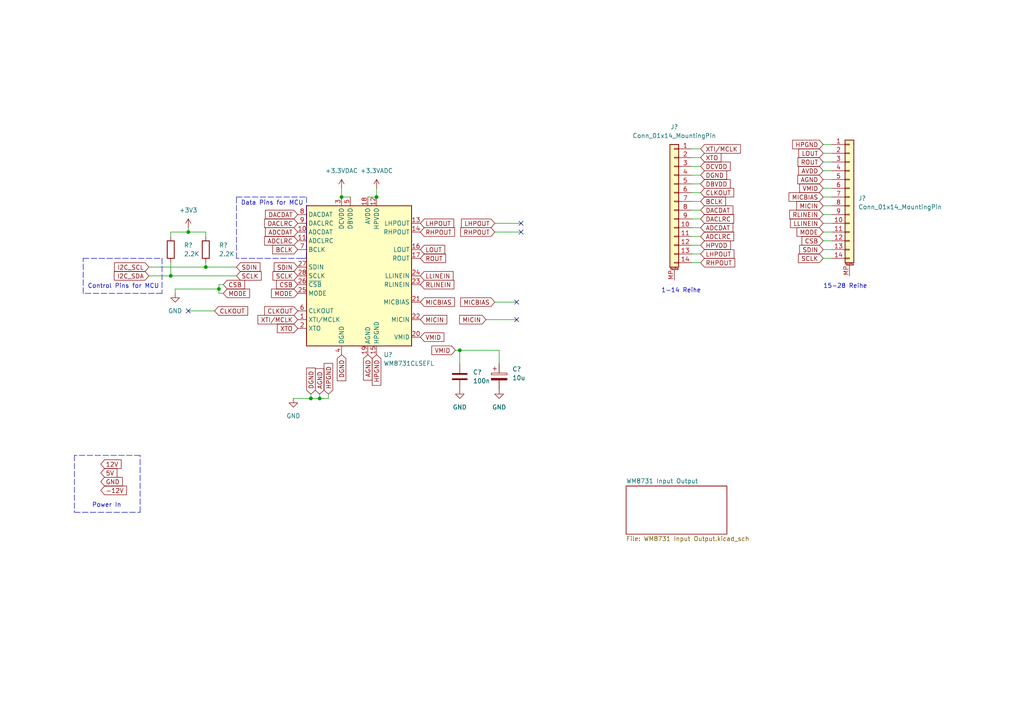
<source format=kicad_sch>
(kicad_sch (version 20211123) (generator eeschema)
  (paper "A4")
  (title_block (title "WM8731") (rev "1.0"))
  (lib_symbols
    (symbol "Audio:WM8731CLSEFL"
      (property "Reference" "U" (at -13.97 21.59 0))
      (property "Value" "WM8731CLSEFL" (at 0 5.08 0))
      (symbol "WM8731CLSEFL_0_1"
        (rectangle (start -15.24 20.32) (end 15.24 -20.32) (stroke (width 0.254)) (fill (type background)))
      )
      (symbol "WM8731CLSEFL_1_1"
        (pin input line (at -17.78 -12.7 0) (length 2.54) (name "XTI/MCLK") (number "1"))
        (pin output line (at -17.78 12.7 0) (length 2.54) (name "ADCDAT") (number "10"))
        (pin bidirectional line (at -17.78 10.16 0) (length 2.54) (name "ADCLRC") (number "11"))
        (pin power_in line (at 5.08 22.86 270) (length 2.54) (name "HPVDD") (number "12"))
        (pin output line (at 17.78 15.24 180) (length 2.54) (name "LHPOUT") (number "13"))
        (pin output line (at 17.78 12.7 180) (length 2.54) (name "RHPOUT") (number "14"))
        (pin power_in line (at 5.08 -22.86 90) (length 2.54) (name "HPGND") (number "15"))
        (pin output line (at 17.78 7.62 180) (length 2.54) (name "LOUT") (number "16"))
        (pin output line (at 17.78 5.08 180) (length 2.54) (name "ROUT") (number "17"))
        (pin power_in line (at 2.54 22.86 270) (length 2.54) (name "AVDD") (number "18"))
        (pin power_in line (at 2.54 -22.86 90) (length 2.54) (name "AGND") (number "19"))
        (pin output line (at -17.78 -15.24 0) (length 2.54) (name "XTO") (number "2"))
        (pin passive line (at 17.78 -17.78 180) (length 2.54) (name "VMID") (number "20"))
        (pin output line (at 17.78 -7.62 180) (length 2.54) (name "MICBIAS") (number "21"))
        (pin input line (at 17.78 -12.7 180) (length 2.54) (name "MICIN") (number "22"))
        (pin input line (at 17.78 -2.54 180) (length 2.54) (name "RLINEIN") (number "23"))
        (pin input line (at 17.78 0 180) (length 2.54) (name "LLINEIN") (number "24"))
        (pin input line (at -17.78 -5.08 0) (length 2.54) (name "MODE") (number "25"))
        (pin input line (at -17.78 -2.54 0) (length 2.54) (name "~{CSB}") (number "26"))
        (pin bidirectional line (at -17.78 2.54 0) (length 2.54) (name "SDIN") (number "27"))
        (pin input line (at -17.78 0 0) (length 2.54) (name "SCLK") (number "28"))
        (pin passive line (at 2.54 -22.86 90) (length 2.54) hide (name "AGND") (number "29"))
        (pin power_in line (at -5.08 22.86 270) (length 2.54) (name "DCVDD") (number "3"))
        (pin power_in line (at -5.08 -22.86 90) (length 2.54) (name "DGND") (number "4"))
        (pin power_in line (at -2.54 22.86 270) (length 2.54) (name "DBVDD") (number "5"))
        (pin output line (at -17.78 -10.16 0) (length 2.54) (name "CLKOUT") (number "6"))
        (pin bidirectional line (at -17.78 7.62 0) (length 2.54) (name "BCLK") (number "7"))
        (pin input line (at -17.78 17.78 0) (length 2.54) (name "DACDAT") (number "8"))
        (pin bidirectional line (at -17.78 15.24 0) (length 2.54) (name "DACLRC") (number "9"))
      )
    )
    (symbol "Connector_Generic_MountingPin:Conn_01x14_MountingPin" (pin_names (offset 1.016) hide)
      (property "Reference" "J" (at 0 17.78 0))
      (property "Value" "Conn_01x14_MountingPin" (at 1.27 -20.32 0))
      (symbol "Conn_01x14_MountingPin_1_1"
        (rectangle (start -1.27 -17.653) (end 0 -17.907) (stroke (width 0.1524)))
        (rectangle (start -1.27 -15.113) (end 0 -15.367) (stroke (width 0.1524)))
        (rectangle (start -1.27 -12.573) (end 0 -12.827) (stroke (width 0.1524)))
        (rectangle (start -1.27 -10.033) (end 0 -10.287) (stroke (width 0.1524)))
        (rectangle (start -1.27 -7.493) (end 0 -7.747) (stroke (width 0.1524)))
        (rectangle (start -1.27 -4.953) (end 0 -5.207) (stroke (width 0.1524)))
        (rectangle (start -1.27 -2.413) (end 0 -2.667) (stroke (width 0.1524)))
        (rectangle (start -1.27 0.127) (end 0 -0.127) (stroke (width 0.1524)))
        (rectangle (start -1.27 2.667) (end 0 2.413) (stroke (width 0.1524)))
        (rectangle (start -1.27 5.207) (end 0 4.953) (stroke (width 0.1524)))
        (rectangle (start -1.27 7.747) (end 0 7.493) (stroke (width 0.1524)))
        (rectangle (start -1.27 10.287) (end 0 10.033) (stroke (width 0.1524)))
        (rectangle (start -1.27 12.827) (end 0 12.573) (stroke (width 0.1524)))
        (rectangle (start -1.27 15.367) (end 0 15.113) (stroke (width 0.1524)))
        (rectangle (start -1.27 16.51) (end 1.27 -19.05) (stroke (width 0.254)) (fill (type background)))
        (polyline (pts (xy -1.016 -19.812) (xy 1.016 -19.812)) (stroke (width 0.1524)))
        (text "Mounting" (at 0 -19.431 0) (effects (font (size 0.381 0.381))))
        (pin passive line (at -5.08 15.24 0) (length 3.81) (name "Pin_1") (number "1"))
        (pin passive line (at -5.08 -7.62 0) (length 3.81) (name "Pin_10") (number "10"))
        (pin passive line (at -5.08 -10.16 0) (length 3.81) (name "Pin_11") (number "11"))
        (pin passive line (at -5.08 -12.7 0) (length 3.81) (name "Pin_12") (number "12"))
        (pin passive line (at -5.08 -15.24 0) (length 3.81) (name "Pin_13") (number "13"))
        (pin passive line (at -5.08 -17.78 0) (length 3.81) (name "Pin_14") (number "14"))
        (pin passive line (at -5.08 12.7 0) (length 3.81) (name "Pin_2") (number "2"))
        (pin passive line (at -5.08 10.16 0) (length 3.81) (name "Pin_3") (number "3"))
        (pin passive line (at -5.08 7.62 0) (length 3.81) (name "Pin_4") (number "4"))
        (pin passive line (at -5.08 5.08 0) (length 3.81) (name "Pin_5") (number "5"))
        (pin passive line (at -5.08 2.54 0) (length 3.81) (name "Pin_6") (number "6"))
        (pin passive line (at -5.08 0 0) (length 3.81) (name "Pin_7") (number "7"))
        (pin passive line (at -5.08 -2.54 0) (length 3.81) (name "Pin_8") (number "8"))
        (pin passive line (at -5.08 -5.08 0) (length 3.81) (name "Pin_9") (number "9"))
        (pin passive line (at 0 -22.86 90) (length 3.048) (name "MountPin") (number "MP"))
      )
    )
    (symbol "Device:C" (pin_numbers hide) (pin_names (offset 0.254))
      (property "Reference" "C" (at 0.635 2.54 0))
      (property "Value" "C" (at 0.635 -2.54 0))
      (symbol "C_0_1"
        (polyline (pts (xy -2.032 -0.762) (xy 2.032 -0.762)) (stroke (width 0.508)))
        (polyline (pts (xy -2.032 0.762) (xy 2.032 0.762)) (stroke (width 0.508)))
      )
      (symbol "C_1_1"
        (pin passive line (at 0 3.81 270) (length 2.794) (name "~") (number "1"))
        (pin passive line (at 0 -3.81 90) (length 2.794) (name "~") (number "2"))
      )
    )
    (symbol "Device:C_Polarized" (pin_numbers hide) (pin_names (offset 0.254))
      (property "Reference" "C" (at 0.635 2.54 0))
      (property "Value" "C_Polarized" (at 0.635 -2.54 0))
      (symbol "C_Polarized_0_1"
        (rectangle (start -2.286 0.508) (end 2.286 1.016))
        (polyline (pts (xy -1.778 2.286) (xy -0.762 2.286)))
        (polyline (pts (xy -1.27 2.794) (xy -1.27 1.778)))
        (rectangle (start 2.286 -0.508) (end -2.286 -1.016) (fill (type outline)))
      )
      (symbol "C_Polarized_1_1"
        (pin passive line (at 0 3.81 270) (length 2.794) (name "~") (number "1"))
        (pin passive line (at 0 -3.81 90) (length 2.794) (name "~") (number "2"))
      )
    )
    (symbol "Device:R" (pin_numbers hide) (pin_names (offset 0))
      (property "Reference" "R" (at 2.032 0 90))
      (property "Value" "R" (at 0 0 90))
      (symbol "R_0_1"
        (rectangle (start -1.016 -2.54) (end 1.016 2.54) (stroke (width 0.254)))
      )
      (symbol "R_1_1"
        (pin passive line (at 0 3.81 270) (length 1.27) (name "~") (number "1"))
        (pin passive line (at 0 -3.81 90) (length 1.27) (name "~") (number "2"))
      )
    )
    (symbol "power:+3.3V" (power) (pin_names (offset 0))
      (property "Value" "+3.3V" (at 0 3.556 0))
      (symbol "+3.3V_0_1"
        (polyline (pts (xy -0.762 1.27) (xy 0 2.54)))
        (polyline (pts (xy 0 0) (xy 0 2.54)))
        (polyline (pts (xy 0 2.54) (xy 0.762 1.27)))
      )
      (symbol "+3.3V_1_1"
        (pin power_in line (at 0 0 90) (length 0) hide (name "+3V3") (number "1"))
      )
    )
    (symbol "power:+3.3VADC" (power) (pin_names (offset 0))
      (property "Value" "+3.3VADC" (at 0 2.54 0))
      (symbol "+3.3VADC_0_0"
        (pin power_in line (at 0 0 90) (length 0) hide (name "+3.3VADC") (number "1"))
      )
      (symbol "+3.3VADC_0_1"
        (polyline (pts (xy -0.762 1.27) (xy 0 2.54)))
        (polyline (pts (xy 0 0) (xy 0 2.54)))
        (polyline (pts (xy 0 2.54) (xy 0.762 1.27)))
      )
    )
    (symbol "power:+3.3VDAC" (power) (pin_names (offset 0))
      (property "Value" "+3.3VDAC" (at 0 2.54 0))
      (symbol "+3.3VDAC_0_0"
        (pin power_in line (at 0 0 90) (length 0) hide (name "+3.3VDAC") (number "1"))
      )
      (symbol "+3.3VDAC_0_1"
        (polyline (pts (xy -0.762 1.27) (xy 0 2.54)))
        (polyline (pts (xy 0 0) (xy 0 2.54)))
        (polyline (pts (xy 0 2.54) (xy 0.762 1.27)))
      )
    )
    (symbol "power:GND" (power) (pin_names (offset 0))
      (property "Value" "GND" (at 0 -3.81 0))
      (symbol "GND_0_1"
        (polyline (pts (xy 0 0) (xy 0 -1.27) (xy 1.27 -1.27) (xy 0 -2.54) (xy -1.27 -1.27) (xy 0 -1.27)))
      )
      (symbol "GND_1_1"
        (pin power_in line (at 0 0 270) (length 0) hide (name "GND") (number "1"))
      )
    )
  )
  (junction (at 49.53 80.01))
  (junction (at 109.22 57.15))
  (junction (at 63.5 83.82))
  (junction (at 59.69 77.47))
  (junction (at 92.71 115.57))
  (junction (at 133.35 101.6))
  (junction (at 90.17 115.57))
  (junction (at 99.06 57.15))
  (junction (at 54.61 67.31))
  (no_connect (at 149.86 87.63))
  (no_connect (at 149.86 92.71))
  (no_connect (at 151.13 64.77))
  (no_connect (at 151.13 67.31))
  (no_connect (at 54.61 90.17))
  (wire (pts (xy 59.69 67.31) (xy 59.69 68.58)))
  (wire (pts (xy 200.66 71.12) (xy 203.2 71.12)))
  (wire (pts (xy 238.76 67.31) (xy 241.3 67.31)))
  (wire (pts (xy 144.78 101.6) (xy 144.78 105.41)))
  (wire (pts (xy 109.22 54.61) (xy 109.22 57.15)))
  (wire (pts (xy 143.51 87.63) (xy 149.86 87.63)))
  (wire (pts (xy 63.5 83.82) (xy 63.5 85.09)))
  (wire (pts (xy 54.61 67.31) (xy 59.69 67.31)))
  (polyline (pts (xy 68.58 57.15) (xy 88.9 57.15)))
  (wire (pts (xy 238.76 59.69) (xy 241.3 59.69)))
  (wire (pts (xy 85.09 115.57) (xy 90.17 115.57)))
  (wire (pts (xy 50.8 83.82) (xy 50.8 85.09)))
  (wire (pts (xy 238.76 57.15) (xy 241.3 57.15)))
  (wire (pts (xy 238.76 41.91) (xy 241.3 41.91)))
  (wire (pts (xy 200.66 76.2) (xy 203.2 76.2)))
  (polyline (pts (xy 88.9 57.15) (xy 88.9 74.93)))
  (wire (pts (xy 63.5 82.55) (xy 63.5 83.82)))
  (wire (pts (xy 63.5 83.82) (xy 50.8 83.82)))
  (polyline (pts (xy 87.63 74.93) (xy 68.58 74.93)))
  (wire (pts (xy 99.06 57.15) (xy 99.06 54.61)))
  (wire (pts (xy 143.51 64.77) (xy 151.13 64.77)))
  (wire (pts (xy 59.69 77.47) (xy 68.58 77.47)))
  (polyline (pts (xy 21.59 132.08) (xy 21.59 148.59)))
  (wire (pts (xy 238.76 74.93) (xy 241.3 74.93)))
  (wire (pts (xy 99.06 57.15) (xy 101.6 57.15)))
  (wire (pts (xy 200.66 43.18) (xy 203.2 43.18)))
  (wire (pts (xy 143.51 67.31) (xy 151.13 67.31)))
  (wire (pts (xy 90.17 115.57) (xy 90.17 114.3)))
  (wire (pts (xy 200.66 63.5) (xy 203.2 63.5)))
  (wire (pts (xy 90.17 115.57) (xy 92.71 115.57)))
  (wire (pts (xy 133.35 101.6) (xy 144.78 101.6)))
  (polyline (pts (xy 68.58 74.93) (xy 68.58 57.15)))
  (wire (pts (xy 200.66 50.8) (xy 203.2 50.8)))
  (wire (pts (xy 200.66 53.34) (xy 203.2 53.34)))
  (polyline (pts (xy 87.63 74.93) (xy 88.9 74.93)))
  (wire (pts (xy 238.76 44.45) (xy 241.3 44.45)))
  (wire (pts (xy 49.53 68.58) (xy 49.53 67.31)))
  (wire (pts (xy 140.97 92.71) (xy 149.86 92.71)))
  (wire (pts (xy 106.68 57.15) (xy 109.22 57.15)))
  (wire (pts (xy 238.76 69.85) (xy 241.3 69.85)))
  (wire (pts (xy 200.66 66.04) (xy 203.2 66.04)))
  (wire (pts (xy 59.69 77.47) (xy 59.69 76.2)))
  (polyline (pts (xy 40.64 148.59) (xy 40.64 132.08)))
  (polyline (pts (xy 46.99 74.93) (xy 46.99 85.09)))
  (polyline (pts (xy 24.13 74.93) (xy 46.99 74.93)))
  (wire (pts (xy 43.18 80.01) (xy 49.53 80.01)))
  (wire (pts (xy 200.66 55.88) (xy 203.2 55.88)))
  (wire (pts (xy 238.76 54.61) (xy 241.3 54.61)))
  (wire (pts (xy 200.66 60.96) (xy 203.2 60.96)))
  (wire (pts (xy 238.76 72.39) (xy 241.3 72.39)))
  (wire (pts (xy 63.5 82.55) (xy 64.77 82.55)))
  (wire (pts (xy 54.61 66.04) (xy 54.61 67.31)))
  (wire (pts (xy 238.76 52.07) (xy 241.3 52.07)))
  (polyline (pts (xy 46.99 85.09) (xy 24.13 85.09)))
  (wire (pts (xy 43.18 77.47) (xy 59.69 77.47)))
  (wire (pts (xy 49.53 76.2) (xy 49.53 80.01)))
  (polyline (pts (xy 21.59 148.59) (xy 40.64 148.59)))
  (wire (pts (xy 238.76 64.77) (xy 241.3 64.77)))
  (wire (pts (xy 200.66 48.26) (xy 203.2 48.26)))
  (wire (pts (xy 49.53 80.01) (xy 68.58 80.01)))
  (wire (pts (xy 95.25 115.57) (xy 95.25 114.3)))
  (wire (pts (xy 200.66 73.66) (xy 203.2 73.66)))
  (wire (pts (xy 238.76 49.53) (xy 241.3 49.53)))
  (wire (pts (xy 133.35 101.6) (xy 133.35 105.41)))
  (wire (pts (xy 238.76 46.99) (xy 241.3 46.99)))
  (polyline (pts (xy 40.64 132.08) (xy 21.59 132.08)))
  (wire (pts (xy 63.5 85.09) (xy 64.77 85.09)))
  (wire (pts (xy 200.66 58.42) (xy 203.2 58.42)))
  (wire (pts (xy 200.66 68.58) (xy 203.2 68.58)))
  (wire (pts (xy 49.53 67.31) (xy 54.61 67.31)))
  (wire (pts (xy 200.66 45.72) (xy 203.2 45.72)))
  (wire (pts (xy 92.71 115.57) (xy 92.71 114.3)))
  (wire (pts (xy 92.71 115.57) (xy 95.25 115.57)))
  (wire (pts (xy 238.76 62.23) (xy 241.3 62.23)))
  (wire (pts (xy 132.08 101.6) (xy 133.35 101.6)))
  (wire (pts (xy 54.61 90.17) (xy 62.23 90.17)))
  (polyline (pts (xy 24.13 85.09) (xy 24.13 74.93)))
  (text "Data Pins for MCU\n" (at 69.85 59.69 0) (effects (font (size 1.27 1.27)) (justify left bottom)))
  (text "15-28 Reihe\n" (at 238.76 83.82 0) (effects (font (size 1.27 1.27)) (justify left bottom)))
  (text "Power In" (at 26.67 147.32 0) (effects (font (size 1.27 1.27)) (justify left bottom)))
  (text "Control Pins for MCU\n" (at 25.4 83.82 0) (effects (font (size 1.27 1.27)) (justify left bottom)))
  (text "1-14 Reihe\n" (at 191.77 85.09 0) (effects (font (size 1.27 1.27)) (justify left bottom)))
  (global_label "CSB" (shape input) (at 86.36 82.55 180) (property "Intersheet References" "${INTERSHEET_REFS}" (effects hide)))
  (global_label "RHPOUT" (shape input) (at 143.51 67.31 180) (property "Intersheet References" "${INTERSHEET_REFS}" (effects hide)))
  (global_label "DACLRC" (shape input) (at 86.36 64.77 180) (property "Intersheet References" "${INTERSHEET_REFS}" (effects hide)))
  (global_label "12V" (shape input) (at 29.21 134.62 0) (property "Intersheet References" "${INTERSHEET_REFS}" (effects hide)))
  (global_label "LOUT" (shape input) (at 121.92 72.39 0) (property "Intersheet References" "${INTERSHEET_REFS}" (effects hide)))
  (global_label "DGND" (shape input) (at 90.17 114.3 90) (property "Intersheet References" "${INTERSHEET_REFS}" (effects hide)))
  (global_label "DACDAT" (shape input) (at 86.36 62.23 180) (property "Intersheet References" "${INTERSHEET_REFS}" (effects hide)))
  (global_label "CLKOUT" (shape input) (at 62.23 90.17 0) (property "Intersheet References" "${INTERSHEET_REFS}" (effects hide)))
  (global_label "ADCDAT" (shape input) (at 203.2 66.04 0) (property "Intersheet References" "${INTERSHEET_REFS}" (effects hide)))
  (global_label "BCLK" (shape input) (at 203.2 58.42 0) (property "Intersheet References" "${INTERSHEET_REFS}" (effects hide)))
  (global_label "HPGND" (shape input) (at 109.22 102.87 270) (property "Intersheet References" "${INTERSHEET_REFS}" (effects hide)))
  (global_label "AGND" (shape input) (at 238.76 52.07 180) (property "Intersheet References" "${INTERSHEET_REFS}" (effects hide)))
  (global_label "MODE" (shape input) (at 238.76 67.31 180) (property "Intersheet References" "${INTERSHEET_REFS}" (effects hide)))
  (global_label "LOUT" (shape input) (at 238.76 44.45 180) (property "Intersheet References" "${INTERSHEET_REFS}" (effects hide)))
  (global_label "DACLRC" (shape input) (at 203.2 63.5 0) (property "Intersheet References" "${INTERSHEET_REFS}" (effects hide)))
  (global_label "RHPOUT" (shape input) (at 121.92 67.31 0) (property "Intersheet References" "${INTERSHEET_REFS}" (effects hide)))
  (global_label "CLKOUT" (shape input) (at 203.2 55.88 0) (property "Intersheet References" "${INTERSHEET_REFS}" (effects hide)))
  (global_label "DBVDD" (shape input) (at 203.2 53.34 0) (property "Intersheet References" "${INTERSHEET_REFS}" (effects hide)))
  (global_label "SDIN" (shape input) (at 86.36 77.47 180) (property "Intersheet References" "${INTERSHEET_REFS}" (effects hide)))
  (global_label "DCVDD" (shape input) (at 203.2 48.26 0) (property "Intersheet References" "${INTERSHEET_REFS}" (effects hide)))
  (global_label "ADCLRC" (shape input) (at 203.2 68.58 0) (property "Intersheet References" "${INTERSHEET_REFS}" (effects hide)))
  (global_label "LLINEIN" (shape input) (at 238.76 64.77 180) (property "Intersheet References" "${INTERSHEET_REFS}" (effects hide)))
  (global_label "5V" (shape input) (at 29.21 137.16 0) (property "Intersheet References" "${INTERSHEET_REFS}" (effects hide)))
  (global_label "CSB" (shape input) (at 64.77 82.55 0) (property "Intersheet References" "${INTERSHEET_REFS}" (effects hide)))
  (global_label "DGND" (shape input) (at 99.06 102.87 270) (property "Intersheet References" "${INTERSHEET_REFS}" (effects hide)))
  (global_label "RLINEIN" (shape input) (at 238.76 62.23 180) (property "Intersheet References" "${INTERSHEET_REFS}" (effects hide)))
  (global_label "-12V" (shape input) (at 29.21 142.24 0) (property "Intersheet References" "${INTERSHEET_REFS}" (effects hide)))
  (global_label "MICIN" (shape input) (at 121.92 92.71 0) (property "Intersheet References" "${INTERSHEET_REFS}" (effects hide)))
  (global_label "MODE" (shape input) (at 86.36 85.09 180) (property "Intersheet References" "${INTERSHEET_REFS}" (effects hide)))
  (global_label "XTO" (shape input) (at 203.2 45.72 0) (property "Intersheet References" "${INTERSHEET_REFS}" (effects hide)))
  (global_label "AGND" (shape input) (at 106.68 102.87 270) (property "Intersheet References" "${INTERSHEET_REFS}" (effects hide)))
  (global_label "ADCLRC" (shape input) (at 86.36 69.85 180) (property "Intersheet References" "${INTERSHEET_REFS}" (effects hide)))
  (global_label "CLKOUT" (shape input) (at 86.36 90.17 180) (property "Intersheet References" "${INTERSHEET_REFS}" (effects hide)))
  (global_label "XTO" (shape input) (at 86.36 95.25 180) (property "Intersheet References" "${INTERSHEET_REFS}" (effects hide)))
  (global_label "SDIN" (shape input) (at 68.58 77.47 0) (property "Intersheet References" "${INTERSHEET_REFS}" (effects hide)))
  (global_label "DGND" (shape input) (at 203.2 50.8 0) (property "Intersheet References" "${INTERSHEET_REFS}" (effects hide)))
  (global_label "LLINEIN" (shape input) (at 121.92 80.01 0) (property "Intersheet References" "${INTERSHEET_REFS}" (effects hide)))
  (global_label "SDIN" (shape input) (at 238.76 72.39 180) (property "Intersheet References" "${INTERSHEET_REFS}" (effects hide)))
  (global_label "MICIN" (shape input) (at 238.76 59.69 180) (property "Intersheet References" "${INTERSHEET_REFS}" (effects hide)))
  (global_label "MICIN" (shape input) (at 140.97 92.71 180) (property "Intersheet References" "${INTERSHEET_REFS}" (effects hide)))
  (global_label "GND" (shape input) (at 29.21 139.7 0) (property "Intersheet References" "${INTERSHEET_REFS}" (effects hide)))
  (global_label "MODE" (shape input) (at 64.77 85.09 0) (property "Intersheet References" "${INTERSHEET_REFS}" (effects hide)))
  (global_label "ROUT" (shape input) (at 238.76 46.99 180) (property "Intersheet References" "${INTERSHEET_REFS}" (effects hide)))
  (global_label "HPGND" (shape input) (at 95.25 114.3 90) (property "Intersheet References" "${INTERSHEET_REFS}" (effects hide)))
  (global_label "I2C_SDA" (shape input) (at 43.18 80.01 180) (property "Intersheet References" "${INTERSHEET_REFS}" (effects hide)))
  (global_label "VMID" (shape input) (at 238.76 54.61 180) (property "Intersheet References" "${INTERSHEET_REFS}" (effects hide)))
  (global_label "LHPOUT" (shape input) (at 143.51 64.77 180) (property "Intersheet References" "${INTERSHEET_REFS}" (effects hide)))
  (global_label "XTI{slash}MCLK" (shape input) (at 86.36 92.71 180) (property "Intersheet References" "${INTERSHEET_REFS}" (effects hide)))
  (global_label "ROUT" (shape input) (at 121.92 74.93 0) (property "Intersheet References" "${INTERSHEET_REFS}" (effects hide)))
  (global_label "ADCDAT" (shape input) (at 86.36 67.31 180) (property "Intersheet References" "${INTERSHEET_REFS}" (effects hide)))
  (global_label "XTI{slash}MCLK" (shape input) (at 203.2 43.18 0) (property "Intersheet References" "${INTERSHEET_REFS}" (effects hide)))
  (global_label "VMID" (shape input) (at 121.92 97.79 0) (property "Intersheet References" "${INTERSHEET_REFS}" (effects hide)))
  (global_label "SCLK" (shape input) (at 68.58 80.01 0) (property "Intersheet References" "${INTERSHEET_REFS}" (effects hide)))
  (global_label "AVDD" (shape input) (at 238.76 49.53 180) (property "Intersheet References" "${INTERSHEET_REFS}" (effects hide)))
  (global_label "RHPOUT" (shape input) (at 203.2 76.2 0) (property "Intersheet References" "${INTERSHEET_REFS}" (effects hide)))
  (global_label "HPGND" (shape input) (at 238.76 41.91 180) (property "Intersheet References" "${INTERSHEET_REFS}" (effects hide)))
  (global_label "DACDAT" (shape input) (at 203.2 60.96 0) (property "Intersheet References" "${INTERSHEET_REFS}" (effects hide)))
  (global_label "AGND" (shape input) (at 92.71 114.3 90) (property "Intersheet References" "${INTERSHEET_REFS}" (effects hide)))
  (global_label "RLINEIN" (shape input) (at 121.92 82.55 0) (property "Intersheet References" "${INTERSHEET_REFS}" (effects hide)))
  (global_label "LHPOUT" (shape input) (at 121.92 64.77 0) (property "Intersheet References" "${INTERSHEET_REFS}" (effects hide)))
  (global_label "CSB" (shape input) (at 238.76 69.85 180) (property "Intersheet References" "${INTERSHEET_REFS}" (effects hide)))
  (global_label "BCLK" (shape input) (at 86.36 72.39 180) (property "Intersheet References" "${INTERSHEET_REFS}" (effects hide)))
  (global_label "SCLK" (shape input) (at 238.76 74.93 180) (property "Intersheet References" "${INTERSHEET_REFS}" (effects hide)))
  (global_label "HPVDD" (shape input) (at 203.2 71.12 0) (property "Intersheet References" "${INTERSHEET_REFS}" (effects hide)))
  (global_label "LHPOUT" (shape input) (at 203.2 73.66 0) (property "Intersheet References" "${INTERSHEET_REFS}" (effects hide)))
  (global_label "I2C_SCL" (shape input) (at 43.18 77.47 180) (property "Intersheet References" "${INTERSHEET_REFS}" (effects hide)))
  (global_label "MICBIAS" (shape input) (at 121.92 87.63 0) (property "Intersheet References" "${INTERSHEET_REFS}" (effects hide)))
  (global_label "SCLK" (shape input) (at 86.36 80.01 180) (property "Intersheet References" "${INTERSHEET_REFS}" (effects hide)))
  (global_label "VMID" (shape input) (at 132.08 101.6 180) (property "Intersheet References" "${INTERSHEET_REFS}" (effects hide)))
  (global_label "MICBIAS" (shape input) (at 238.76 57.15 180) (property "Intersheet References" "${INTERSHEET_REFS}" (effects hide)))
  (global_label "MICBIAS" (shape input) (at 143.51 87.63 180) (property "Intersheet References" "${INTERSHEET_REFS}" (effects hide)))
  (symbol (lib_id "Device:R") (at 49.53 72.39 0) (unit 1)
    (property "Reference" "R?" (at 53.34 71.1199 0) (effects (justify left)))
    (property "Value" "2.2K" (at 53.34 73.6599 0) (effects (justify left)))
  )
  (symbol (lib_id "Device:C_Polarized") (at 144.78 109.22 0) (unit 1)
    (property "Reference" "C?" (at 148.59 107.0609 0) (effects (justify left)))
    (property "Value" "10u" (at 148.59 109.6009 0) (effects (justify left)))
  )
  (symbol (lib_id "power:GND") (at 50.8 85.09 0) (unit 1)
    (property "Reference" "#PWR?" (effects hide))
    (property "Value" "GND" (at 50.8 90.17 0))
  )
  (symbol (lib_id "power:GND") (at 133.35 113.03 0) (unit 1)
    (property "Reference" "#PWR?" (effects hide))
    (property "Value" "GND" (at 133.35 118.11 0))
  )
  (symbol (lib_id "power:GND") (at 144.78 113.03 0) (unit 1)
    (property "Reference" "#PWR?" (effects hide))
    (property "Value" "GND" (at 144.78 118.11 0))
  )
  (symbol (lib_id "power:+3.3VADC") (at 109.22 54.61 0) (unit 1)
    (property "Reference" "#PWR?" (effects hide))
    (property "Value" "+3.3VADC" (at 109.22 49.53 0))
  )
  (symbol (lib_id "power:+3.3VDAC") (at 99.06 54.61 0) (unit 1)
    (property "Reference" "#PWR?" (effects hide))
    (property "Value" "+3.3VDAC" (at 99.06 49.53 0))
  )
  (symbol (lib_id "power:+3.3V") (at 54.61 66.04 0) (unit 1)
    (property "Reference" "#PWR?" (effects hide))
    (property "Value" "+3.3V" (at 54.61 60.96 0))
  )
  (symbol (lib_id "Device:C") (at 133.35 109.22 0) (unit 1)
    (property "Reference" "C?" (at 137.16 107.9499 0) (effects (justify left)))
    (property "Value" "100n" (at 137.16 110.4899 0) (effects (justify left)))
  )
  (symbol (lib_id "Device:R") (at 59.69 72.39 0) (unit 1)
    (property "Reference" "R?" (at 63.5 71.1199 0) (effects (justify left)))
    (property "Value" "2.2K" (at 63.5 73.6599 0) (effects (justify left)))
  )
  (symbol (lib_id "Audio:WM8731CLSEFL") (at 104.14 80.01 0) (unit 1)
    (property "Reference" "U?" (at 111.2394 102.87 0) (effects (justify left)))
    (property "Value" "WM8731CLSEFL" (at 111.2394 105.41 0) (effects (justify left)))
    (property "Footprint" "Package_DFN_QFN:QFN-28-1EP_5x5mm_P0.5mm_EP3.35x3.35mm" (effects hide))
    (property "Datasheet" "https://statics.cirrus.com/pubs/proDatasheet/WM8731_v4.9.pdf" (effects hide))
  )
  (symbol (lib_id "power:GND") (at 85.09 115.57 0) (unit 1)
    (property "Reference" "#PWR?" (effects hide))
    (property "Value" "GND" (at 85.09 120.65 0))
  )
  (symbol (lib_id "Connector_Generic_MountingPin:Conn_01x14_MountingPin") (at 246.38 57.15 0) (unit 1)
    (property "Reference" "J?" (at 248.92 57.5055 0) (effects (justify left)))
    (property "Value" "Conn_01x14_MountingPin" (at 248.92 60.0455 0) (effects (justify left)))
  )
  (symbol (lib_id "Connector_Generic_MountingPin:Conn_01x14_MountingPin") (at 195.58 58.42 0) (mirror y) (unit 1)
    (property "Reference" "J?" (at 195.58 36.83 0))
    (property "Value" "Conn_01x14_MountingPin" (at 195.58 39.37 0))
  )
  (sheet (at 181.61 140.97) (size 29.21 13.97) (stroke (width 0.1524))
    (property "Sheet name" "WM8731 Input Output" (at 181.61 140.2584 0) (effects (justify left bottom)))
    (property "Sheet file" "WM8731 Input Output.kicad_sch" (at 181.61 155.5246 0) (effects (justify left top)))
  )
)
</source>
